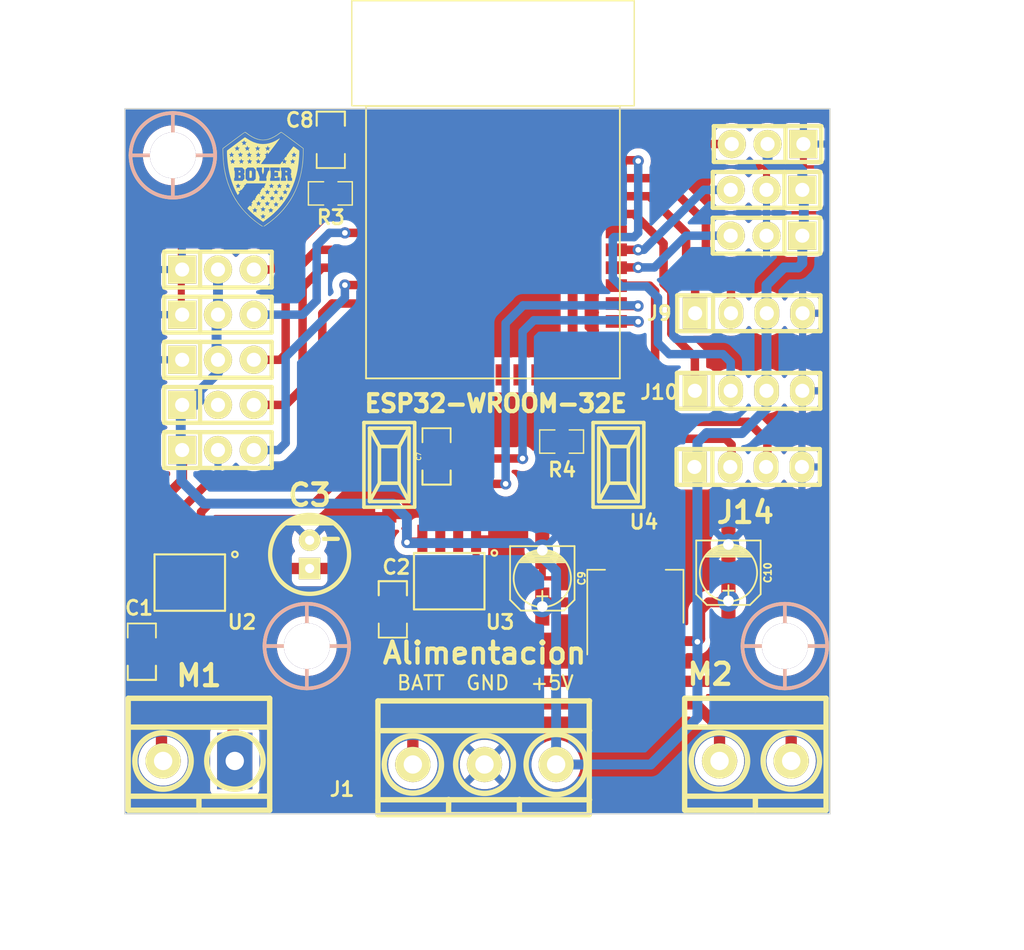
<source format=kicad_pcb>
(kicad_pcb (version 20221018) (generator pcbnew)
  (layers (0 "F.Cu" signal) (31 "B.Cu" signal) (34 "B.Paste" user) (35 "F.Paste" user) (36 "B.SilkS" user "B.Silkscreen") (37 "F.SilkS" user "F.Silkscreen") (38 "B.Mask" user) (39 "F.Mask" user) (44 "Edge.Cuts" user))
  (net 0 "")
  (net 1 "/IO0")
  (net 2 "GND")
  (net 3 "Vin")
  (net 4 "+5V")
  (net 5 "/EN")
  (net 6 "+3V3")
  (net 7 "/SENSOR1")
  (net 8 "/RXD")
  (net 9 "/TXD")
  (net 10 "/TATAMI_FD")
  (net 11 "/TATAMI_FI")
  (net 12 "/SENSOR2")
  (net 13 "/SENSOR3")
  (net 14 "/SENSOR4")
  (net 15 "Net-(U2-OUT2)")
  (net 16 "Net-(U2-OUT1)")
  (net 17 "/SDA")
  (net 18 "/SCL")
  (net 19 "Net-(U3-OUT2)")
  (net 20 "Net-(U3-OUT1)")
  (net 21 "/START")
  (net 24 "/M_DER_B")
  (net 25 "/M_DER_A")
  (net 31 "/M_IZQ_A")
  (net 32 "/M_IZQ_B")
  (net 39 "/SENSOR5")
  (net 40 "/GPIO4")
  (net 42 "/GPIO5")
  (footprint "EESTN5:Pulsador_SMD_2_BAJO" (layer "F.Cu") (at 158.75 85.25 90)
    (fp_text reference "EN1" hide)
    (fp_text value "SW_Push" hide)
    (pad "1" smd rect (at -3.59918 0 90) (size 1.00076 1.00076) (layers "F.Cu" "F.Paste" "F.Mask") (net 2 "GND"))
    (pad "2" smd rect (at 3.59918 0 90) (size 1.00076 1.00076) (layers "F.Cu" "F.Paste" "F.Mask") (net 5 "/EN"))
  )
  (footprint "EESTN5:C_0805" (layer "F.Cu") (at 154.6 62.2 -90)
    (fp_text reference "C8" (at -1.4 2.2) (layer "F.SilkS") (effects (font (thickness 0.2) bold)))
    (fp_text value "100nF" hide)
    (pad "1" smd rect (at 0.9525 0 270) (size 1.30048 1.4986) (layers "F.Cu" "F.Paste" "F.Mask") (net 6 "+3V3"))
    (pad "2" smd rect (at -0.9525 0 270) (size 1.30048 1.4986) (layers "F.Cu" "F.Paste" "F.Mask") (net 2 "GND"))
  )
  (footprint "EESTN5:BORNERA3_AZUL" (layer "F.Cu") (at 165.5 106.5)
    (fp_text reference "J1" (at -10.1 1.75) (layer "F.SilkS") (effects (font (thickness 0.2))))
    (fp_text value "Alimentacion" (at 0 -7.9) (layer "F.SilkS") (effects (font (size 1.5 1.5) (thickness 0.3))))
    (pad "1" thru_hole circle (at -5.08 0) (size 2.5 2.5) (drill 1.3) (layers "*.Cu" "*.Mask" "F.SilkS") (net 3 "Vin"))
    (pad "2" thru_hole circle (at 0 0) (size 2.5 2.5) (drill 1.3) (layers "*.Cu" "*.Mask" "F.SilkS") (net 2 "GND"))
    (pad "3" thru_hole circle (at 5.08 0) (size 2.5 2.5) (drill 1.3) (layers "*.Cu" "*.Mask" "F.SilkS") (net 4 "+5V"))
  )
  (footprint "EESTN5:SSOP-8" (layer "F.Cu") (at 163 93.5 180)
    (fp_text reference "U3" (at -3.6 -2.9) (layer "F.SilkS") (effects (font (thickness 0.2))))
    (fp_text value "TB67H451AFNG" hide)
    (pad "1" smd rect (at -1.905 3 180) (size 0.7112 2) (layers "F.Cu" "F.Paste" "F.Mask") (net 2 "GND"))
    (pad "2" smd rect (at -0.635 3 180) (size 0.7112 2) (layers "F.Cu" "F.Paste" "F.Mask") (net 25 "/M_DER_A"))
    (pad "3" smd rect (at 0.635 3 180) (size 0.7112 2) (layers "F.Cu" "F.Paste" "F.Mask") (net 24 "/M_DER_B"))
    (pad "4" smd rect (at 1.905 3 180) (size 0.7112 2) (layers "F.Cu" "F.Paste" "F.Mask") (net 4 "+5V"))
    (pad "5" smd rect (at 1.905 -3) (size 0.7112 2) (layers "F.Cu" "F.Paste" "F.Mask") (net 3 "Vin"))
    (pad "6" smd rect (at 0.635 -3) (size 0.7112 2) (layers "F.Cu" "F.Paste" "F.Mask") (net 20 "Net-(U3-OUT1)"))
    (pad "7" smd rect (at -0.635 -3) (size 0.7112 2) (layers "F.Cu" "F.Paste" "F.Mask") (net 2 "GND"))
    (pad "8" smd rect (at -1.905 -3) (size 0.7112 2) (layers "F.Cu" "F.Paste" "F.Mask") (net 19 "Net-(U3-OUT2)"))
  )
  (footprint "EESTN5:pin_strip_4" (layer "F.Cu") (at 184.25 74.5)
    (fp_text reference "J9" (at -6.35 0) (layer "F.SilkS") (effects (font (thickness 0.2))))
    (fp_text value "Programador" hide)
    (pad "1" thru_hole rect (at -3.81 0) (size 1.75 2.2) (drill 1.00076) (layers "*.Cu" "*.Mask" "F.SilkS") (net 8 "/RXD"))
    (pad "2" thru_hole oval (at -1.27 0) (size 1.75 2.2) (drill 1.00076) (layers "*.Cu" "*.Mask" "F.SilkS") (net 9 "/TXD"))
    (pad "3" thru_hole oval (at 1.27 0) (size 1.75 2.2) (drill 1.00076) (layers "*.Cu" "*.Mask" "F.SilkS") (net 4 "+5V"))
    (pad "4" thru_hole oval (at 3.81 0) (size 1.75 2.2) (drill 1.00076) (layers "*.Cu" "*.Mask" "F.SilkS") (net 2 "GND"))
  )
  (footprint "EESTN5:C_0805" (layer "F.Cu") (at 141.2 98.5 90)
    (fp_text reference "C1" (at 3.1 -0.2 180) (layer "F.SilkS") (effects (font (thickness 0.2) bold)))
    (fp_text value "100nF" hide)
    (pad "1" smd rect (at 0.9525 0 90) (size 1.30048 1.4986) (layers "F.Cu" "F.Paste" "F.Mask") (net 3 "Vin"))
    (pad "2" smd rect (at -0.9525 0 90) (size 1.30048 1.4986) (layers "F.Cu" "F.Paste" "F.Mask") (net 2 "GND"))
  )
  (footprint "EESTN5:Bover_Huella_frontal_FCU" (layer "F.Cu") (at 149.815058 64.855)
    (fp_text reference "LOGO1" hide)
    (fp_text value "Mounting_Hole" hide)
  )
  (footprint "Package_TO_SOT_SMD:SOT-223-3_TabPin2" (layer "F.Cu") (at 176.2 94.6 90)
    (fp_text reference "U4" (at 5.3 0.6 180) (layer "F.SilkS") (effects (font (thickness 0.2))))
    (fp_text value "AMS1117-3.3" hide)
    (pad "1" smd rect (at -3.15 -2.3 90) (size 2 1.5) (layers "F.Cu" "F.Paste" "F.Mask") (net 2 "GND"))
    (pad "2" smd rect (at -3.15 0 90) (size 2 1.5) (layers "F.Cu" "F.Paste" "F.Mask") (net 6 "+3V3"))
    (pad "2" smd rect (at 3.15 0 90) (size 2 3.8) (layers "F.Cu" "F.Paste" "F.Mask") (net 6 "+3V3"))
    (pad "3" smd rect (at -3.15 2.3 90) (size 2 1.5) (layers "F.Cu" "F.Paste" "F.Mask") (net 4 "+5V"))
  )
  (footprint "EESTN5:Pin_Strip_3" (layer "F.Cu") (at 146.6 71.4)
    (fp_text reference "J4" hide)
    (fp_text value "Conn_01X03" hide)
    (pad "1" thru_hole rect (at -2.54 0) (size 2 2) (drill 1) (layers "*.Cu" "*.Mask" "F.SilkS") (net 2 "GND"))
    (pad "2" thru_hole oval (at 0 0) (size 2 2) (drill 1) (layers "*.Cu" "*.Mask" "F.SilkS") (net 4 "+5V"))
    (pad "3" thru_hole oval (at 2.54 0) (size 2 2) (drill 1) (layers "*.Cu" "*.Mask" "F.SilkS") (net 39 "/SENSOR5"))
  )
  (footprint "EESTN5:CAP_ELEC_SMD_4X5.5" (layer "F.Cu") (at 182.8 92.9 -90)
    (fp_text reference "C10" (at 0 -2.794 90) (layer "F.SilkS") (effects (font (size 0.50038 0.50038) (thickness 0.11938))))
    (fp_text value "10uF" hide)
    (pad "1" thru_hole circle (at 2 0 270) (size 1.524 1.524) (drill 0.762) (layers "*.Cu" "*.Mask") (net 4 "+5V"))
    (pad "1" smd rect (at 2 0 270) (size 2.7 1) (layers "F.Cu" "F.Paste" "F.Mask") (net 4 "+5V"))
    (pad "2" thru_hole circle (at -2 0 270) (size 1.524 1.524) (drill 0.762) (layers "*.Cu" "*.Mask") (net 2 "GND"))
    (pad "2" smd rect (at -2 0 270) (size 2.7 1) (layers "F.Cu" "F.Paste" "F.Mask") (net 2 "GND"))
  )
  (footprint "EESTN5:Pin_Strip_3" (layer "F.Cu") (at 146.6 84.2)
    (fp_text reference "J2" hide)
    (fp_text value "Conn_01X03" hide)
    (pad "1" thru_hole rect (at -2.54 0) (size 2 2) (drill 1) (layers "*.Cu" "*.Mask" "F.SilkS") (net 4 "+5V"))
    (pad "2" thru_hole oval (at 0 0) (size 2 2) (drill 1) (layers "*.Cu" "*.Mask" "F.SilkS") (net 2 "GND"))
    (pad "3" thru_hole oval (at 2.54 0) (size 2 2) (drill 1) (layers "*.Cu" "*.Mask" "F.SilkS") (net 12 "/SENSOR2"))
  )
  (footprint "EESTN5:C_0805" (layer "F.Cu") (at 159 95.5 -90)
    (fp_text reference "C2" (at -3 -0.25) (layer "F.SilkS") (effects (font (thickness 0.2) bold)))
    (fp_text value "100nF" hide)
    (pad "1" smd rect (at 0.9525 0 270) (size 1.30048 1.4986) (layers "F.Cu" "F.Paste" "F.Mask") (net 3 "Vin"))
    (pad "2" smd rect (at -0.9525 0 270) (size 1.30048 1.4986) (layers "F.Cu" "F.Paste" "F.Mask") (net 2 "GND"))
  )
  (footprint "EESTN5:CAP_ELEC_SMD_4X5.5" (layer "F.Cu") (at 169.6 93.3 -90)
    (fp_text reference "C9" (at 0 -2.794 90) (layer "F.SilkS") (effects (font (size 0.50038 0.50038) (thickness 0.11938))))
    (fp_text value "100uF" hide)
    (pad "1" thru_hole circle (at 2 0 270) (size 1.524 1.524) (drill 0.762) (layers "*.Cu" "*.Mask") (net 6 "+3V3"))
    (pad "1" smd rect (at 2 0 270) (size 2.7 1) (layers "F.Cu" "F.Paste" "F.Mask") (net 6 "+3V3"))
    (pad "2" thru_hole circle (at -2 0 270) (size 1.524 1.524) (drill 0.762) (layers "*.Cu" "*.Mask") (net 2 "GND"))
    (pad "2" smd rect (at -2 0 270) (size 2.7 1) (layers "F.Cu" "F.Paste" "F.Mask") (net 2 "GND"))
  )
  (footprint "EESTN5:Pin_Strip_3" (layer "F.Cu") (at 146.6 81)
    (fp_text reference "J3" hide)
    (fp_text value "Sensor Distancia 1" hide)
    (pad "1" thru_hole rect (at -2.54 0) (size 2 2) (drill 1) (layers "*.Cu" "*.Mask" "F.SilkS") (net 4 "+5V"))
    (pad "2" thru_hole oval (at 0 0) (size 2 2) (drill 1) (layers "*.Cu" "*.Mask" "F.SilkS") (net 2 "GND"))
    (pad "3" thru_hole oval (at 2.54 0) (size 2 2) (drill 1) (layers "*.Cu" "*.Mask" "F.SilkS") (net 7 "/SENSOR1"))
  )
  (footprint "EESTN5:Separador_M3_5mm" (layer "F.Cu") (at 186.8 98.1)
    (fp_text reference "P3" hide)
    (fp_text value "Mounting_Hole" hide)
    (pad "1" thru_hole circle (at 0 0) (size 3.25 3.25) (drill 3.25) (layers "*.Cu" "*.Mask"))
  )
  (footprint "EESTN5:CAP_ELEC_5x11mm" (layer "F.Cu") (at 153.1 91.6)
    (fp_text reference "C3" (at 0 -4.2) (layer "F.SilkS") (effects (font (size 1.524 1.524) (thickness 0.3048))))
    (fp_text value "100uF 35V" hide)
    (pad "1" thru_hole rect (at 0 1) (size 1.524 1.524) (drill 0.65) (layers "*.Cu" "*.Mask" "F.SilkS") (net 3 "Vin"))
    (pad "2" thru_hole circle (at 0 -1) (size 1.524 1.524) (drill 0.65) (layers "*.Cu" "*.Mask" "F.SilkS") (net 2 "GND"))
  )
  (footprint "EESTN5:pin_strip_4" (layer "F.Cu") (at 184.23 80)
    (fp_text reference "J10" (at -6.33 0.1) (layer "F.SilkS") (effects (font (thickness 0.2))))
    (fp_text value "I2C" hide)
    (pad "1" thru_hole rect (at -3.81 0) (size 1.75 2.2) (drill 1.00076) (layers "*.Cu" "*.Mask" "F.SilkS") (net 17 "/SDA"))
    (pad "2" thru_hole oval (at -1.27 0) (size 1.75 2.2) (drill 1.00076) (layers "*.Cu" "*.Mask" "F.SilkS") (net 18 "/SCL"))
    (pad "3" thru_hole oval (at 1.27 0) (size 1.75 2.2) (drill 1.00076) (layers "*.Cu" "*.Mask" "F.SilkS") (net 4 "+5V"))
    (pad "4" thru_hole oval (at 3.81 0) (size 1.75 2.2) (drill 1.00076) (layers "*.Cu" "*.Mask" "F.SilkS") (net 2 "GND"))
  )
  (footprint "EESTN5:R_0805" (layer "F.Cu") (at 154.6 66 180)
    (fp_text reference "R3" (at 0 -1.7) (layer "F.SilkS") (effects (font (thickness 0.2) bold)))
    (fp_text value "10K" hide)
    (pad "1" smd rect (at -0.9525 0 180) (size 0.889 1.397) (layers "F.Cu" "F.Paste" "F.Mask") (net 5 "/EN"))
    (pad "2" smd rect (at 0.9525 0 180) (size 0.889 1.397) (layers "F.Cu" "F.Paste" "F.Mask") (net 6 "+3V3"))
  )
  (footprint "EESTN5:Pin_Strip_3" (layer "F.Cu") (at 185.575 62.5 180)
    (fp_text reference "J7" hide)
    (fp_text value "TATAMI Frontal Derecho" hide)
    (pad "1" thru_hole rect (at -2.54 0 180) (size 2 2) (drill 1) (layers "*.Cu" "*.Mask" "F.SilkS") (net 2 "GND"))
    (pad "2" thru_hole oval (at 0 0 180) (size 2 2) (drill 1) (layers "*.Cu" "*.Mask" "F.SilkS") (net 4 "+5V"))
    (pad "3" thru_hole oval (at 2.54 0 180) (size 2 2) (drill 1) (layers "*.Cu" "*.Mask" "F.SilkS") (net 10 "/TATAMI_FD"))
  )
  (footprint "EESTN5:C_0805" (layer "F.Cu") (at 162.1 84.6525 90)
    (fp_text reference "C7" (at 0 -1.25 90) (layer "F.SilkS") (effects (font (size 0.29972 0.29972) (thickness 0.06096))))
    (fp_text value "100nF" hide)
    (pad "1" smd rect (at 0.9525 0 90) (size 1.30048 1.4986) (layers "F.Cu" "F.Paste" "F.Mask") (net 5 "/EN"))
    (pad "2" smd rect (at -0.9525 0 90) (size 1.30048 1.4986) (layers "F.Cu" "F.Paste" "F.Mask") (net 2 "GND"))
  )
  (footprint "EESTN5:pin_strip_4" (layer "F.Cu") (at 184.2 85.4)
    (fp_text reference "J14" (at -0.2032 3.2258) (layer "F.SilkS") (effects (font (size 1.5 1.5) (thickness 0.3))))
    (fp_text value "RANDOM" hide)
    (pad "1" thru_hole rect (at -3.81 0) (size 1.75 2.2) (drill 1.00076) (layers "*.Cu" "*.Mask" "F.SilkS") (net 4 "+5V"))
    (pad "2" thru_hole oval (at -1.27 0) (size 1.75 2.2) (drill 1.00076) (layers "*.Cu" "*.Mask" "F.SilkS") (net 40 "/GPIO4"))
    (pad "3" thru_hole oval (at 1.27 0) (size 1.75 2.2) (drill 1.00076) (layers "*.Cu" "*.Mask" "F.SilkS") (net 42 "/GPIO5"))
    (pad "4" thru_hole oval (at 3.81 0) (size 1.75 2.2) (drill 1.00076) (layers "*.Cu" "*.Mask" "F.SilkS") (net 2 "GND"))
  )
  (footprint "EESTN5:BORNERA2_AZUL" (layer "F.Cu") (at 184.71 106.25)
    (fp_text reference "J12" hide)
    (fp_text value "M2" (at -3.21 -6.15) (layer "F.SilkS") (effects (font (size 1.5 1.5) (thickness 0.3))))
    (pad "1" thru_hole circle (at -2.54 0) (size 2.5 2.5) (drill 1.3) (layers "*.Cu" "*.Mask" "F.SilkS") (net 20 "Net-(U3-OUT1)"))
    (pad "2" thru_hole circle (at 2.54 0) (size 2.5 2.5) (drill 1.3) (layers "*.Cu" "*.Mask" "F.SilkS") (net 19 "Net-(U3-OUT2)"))
  )
  (footprint "EESTN5:Pin_Strip_3" (layer "F.Cu") (at 185.5 69 180)
    (fp_text reference "J6" hide)
    (fp_text value "Conn_01X03" hide)
    (pad "1" thru_hole rect (at -2.54 0 180) (size 2 2) (drill 1) (layers "*.Cu" "*.Mask" "F.SilkS") (net 4 "+5V"))
    (pad "2" thru_hole oval (at 0 0 180) (size 2 2) (drill 1) (layers "*.Cu" "*.Mask" "F.SilkS") (net 2 "GND"))
    (pad "3" thru_hole oval (at 2.54 0 180) (size 2 2) (drill 1) (layers "*.Cu" "*.Mask" "F.SilkS") (net 14 "/SENSOR4"))
  )
  (footprint "EESTN5:R_0805" (layer "F.Cu") (at 171 83.6 180)
    (fp_text reference "R4" (at 0 -2) (layer "F.SilkS") (effects (font (thickness 0.2) bold)))
    (fp_text value "10K" hide)
    (pad "1" smd rect (at -0.9525 0 180) (size 0.889 1.397) (layers "F.Cu" "F.Paste" "F.Mask") (net 1 "/IO0"))
    (pad "2" smd rect (at 0.9525 0 180) (size 0.889 1.397) (layers "F.Cu" "F.Paste" "F.Mask") (net 6 "+3V3"))
  )
  (footprint "EESTN5:Pin_Strip_3" (layer "F.Cu") (at 185.5 65.75 180)
    (fp_text reference "J5" hide)
    (fp_text value "Conn_01X03" hide)
    (pad "1" thru_hole rect (at -2.54 0 180) (size 2 2) (drill 1) (layers "*.Cu" "*.Mask" "F.SilkS") (net 4 "+5V"))
    (pad "2" thru_hole oval (at 0 0 180) (size 2 2) (drill 1) (layers "*.Cu" "*.Mask" "F.SilkS") (net 2 "GND"))
    (pad "3" thru_hole oval (at 2.54 0 180) (size 2 2) (drill 1) (layers "*.Cu" "*.Mask" "F.SilkS") (net 13 "/SENSOR3"))
  )
  (footprint "EESTN5:SSOP-8" (layer "F.Cu") (at 144.6 93.6 180)
    (fp_text reference "U2" (at -3.7 -2.8) (layer "F.SilkS") (effects (font (thickness 0.2))))
    (fp_text value "TB67H451AFNG" hide)
    (pad "1" smd rect (at -1.905 3 180) (size 0.7112 2) (layers "F.Cu" "F.Paste" "F.Mask") (net 2 "GND"))
    (pad "2" smd rect (at -0.635 3 180) (size 0.7112 2) (layers "F.Cu" "F.Paste" "F.Mask") (net 31 "/M_IZQ_A"))
    (pad "3" smd rect (at 0.635 3 180) (size 0.7112 2) (layers "F.Cu" "F.Paste" "F.Mask") (net 32 "/M_IZQ_B"))
    (pad "4" smd rect (at 1.905 3 180) (size 0.7112 2) (layers "F.Cu" "F.Paste" "F.Mask") (net 4 "+5V"))
    (pad "5" smd rect (at 1.905 -3) (size 0.7112 2) (layers "F.Cu" "F.Paste" "F.Mask") (net 3 "Vin"))
    (pad "6" smd rect (at 0.635 -3) (size 0.7112 2) (layers "F.Cu" "F.Paste" "F.Mask") (net 16 "Net-(U2-OUT1)"))
    (pad "7" smd rect (at -0.635 -3) (size 0.7112 2) (layers "F.Cu" "F.Paste" "F.Mask") (net 2 "GND"))
    (pad "8" smd rect (at -1.905 -3) (size 0.7112 2) (layers "F.Cu" "F.Paste" "F.Mask") (net 15 "Net-(U2-OUT2)"))
  )
  (footprint "EESTN5:Separador_M3_5mm" (layer "F.Cu") (at 152.9 98.1)
    (fp_text reference "P2" hide)
    (fp_text value "Mounting_Hole" hide)
    (pad "1" thru_hole circle (at 0 0) (size 3.25 3.25) (drill 3.25) (layers "*.Cu" "*.Mask"))
  )
  (footprint "EESTN5:Pin_Strip_3" (layer "F.Cu") (at 146.6 74.6)
    (fp_text reference "SW1" hide)
    (fp_text value "START" hide)
    (pad "1" thru_hole rect (at -2.54 0) (size 2 2) (drill 1) (layers "*.Cu" "*.Mask" "F.SilkS") (net 2 "GND"))
    (pad "2" thru_hole oval (at 0 0) (size 2 2) (drill 1) (layers "*.Cu" "*.Mask" "F.SilkS") (net 4 "+5V"))
    (pad "3" thru_hole oval (at 2.54 0) (size 2 2) (drill 1) (layers "*.Cu" "*.Mask" "F.SilkS") (net 21 "/START"))
  )
  (footprint "EESTN5:BORNERA2_AZUL" (layer "F.Cu") (at 145.25 106.25)
    (fp_text reference "J11" hide)
    (fp_text value "M1" (at 0 -6.05) (layer "F.SilkS") (effects (font (size 1.5 1.5) (thickness 0.3))))
    (pad "1" thru_hole circle (at -2.54 0) (size 2.5 2.5) (drill 1.3) (layers "*.Cu" "*.Mask" "F.SilkS") (net 16 "Net-(U2-OUT1)"))
    (pad "2" thru_hole rect (at 2.54 0) (size 2.5 4) (drill 1.3) (layers "*.Cu" "*.Mask") (net 15 "Net-(U2-OUT2)"))
  )
  (footprint "EESTN5:Pin_Strip_3" (layer "F.Cu") (at 146.6 77.8)
    (fp_text reference "J8" hide)
    (fp_text value "TATAMI Frontal Izquierdo" hide)
    (pad "1" thru_hole rect (at -2.54 0) (size 2 2) (drill 1) (layers "*.Cu" "*.Mask" "F.SilkS") (net 2 "GND"))
    (pad "2" thru_hole oval (at 0 0) (size 2 2) (drill 1) (layers "*.Cu" "*.Mask" "F.SilkS") (net 4 "+5V"))
    (pad "3" thru_hole oval (at 2.54 0) (size 2 2) (drill 1) (layers "*.Cu" "*.Mask" "F.SilkS") (net 11 "/TATAMI_FI"))
  )
  (footprint "EESTN5:ESP32-WROOM-32E" (layer "F.Cu") (at 166.1 69.365)
    (fp_text reference "U1" hide)
    (fp_text value "ESP32-WROOM-32E" (at 0.2 11.535) (layer "F.SilkS") (effects (font (size 1.2 1.2) (thickness 0.3) bold)))
    (pad "3V3" smd rect (at -8.75 -6.985) (size 1.5 0.9) (layers "F.Cu" "F.Paste" "F.Mask") (net 6 "+3V3"))
    (pad "5" smd rect (at -8.75 -4.445) (size 1.5 0.9) (layers "F.Cu" "F.Paste" "F.Mask"))
    (pad "8" smd rect (at -8.75 -3.175) (size 1.5 0.9) (layers "F.Cu" "F.Paste" "F.Mask"))
    (pad "9" smd rect (at -8.75 -5.715) (size 1.5 0.9) (layers "F.Cu" "F.Paste" "F.Mask") (net 5 "/EN"))
    (pad "10" smd rect (at -8.75 -1.905) (size 1.5 0.9) (layers "F.Cu" "F.Paste" "F.Mask") (net 39 "/SENSOR5"))
    (pad "11" smd rect (at -8.75 -0.635) (size 1.5 0.9) (layers "F.Cu" "F.Paste" "F.Mask") (net 21 "/START"))
    (pad "12" smd rect (at -8.75 0.635) (size 1.5 0.9) (layers "F.Cu" "F.Paste" "F.Mask") (net 11 "/TATAMI_FI"))
    (pad "13" smd rect (at -8.75 1.905) (size 1.5 0.9) (layers "F.Cu" "F.Paste" "F.Mask") (net 7 "/SENSOR1"))
    (pad "14" smd rect (at -8.75 3.175) (size 1.5 0.9) (layers "F.Cu" "F.Paste" "F.Mask") (net 12 "/SENSOR2"))
    (pad "15" smd rect (at -8.75 4.445) (size 1.5 0.9) (layers "F.Cu" "F.Paste" "F.Mask") (net 32 "/M_IZQ_B"))
    (pad "16" smd rect (at -8.75 5.715) (size 1.5 0.9) (layers "F.Cu" "F.Paste" "F.Mask") (net 31 "/M_IZQ_A"))
    (pad "17" smd rect (at -8.75 6.985) (size 1.5 0.9) (layers "F.Cu" "F.Paste" "F.Mask"))
    (pad "18" smd rect (at -8.75 8.255) (size 1.5 0.9) (layers "F.Cu" "F.Paste" "F.Mask"))
    (pad "20" smd rect (at -4.445 9.505 90) (size 1.5 0.9) (layers "F.Cu" "F.Paste" "F.Mask"))
    (pad "21" smd rect (at 4.445 9.505 90) (size 1.5 0.9) (layers "F.Cu" "F.Paste" "F.Mask"))
    (pad "22" smd rect (at 5.715 9.505 90) (size 1.5 0.9) (layers "F.Cu" "F.Paste" "F.Mask"))
    (pad "23" smd rect (at 8.75 8.255 180) (size 1.5 0.9) (layers "F.Cu" "F.Paste" "F.Mask") (net 1 "/IO0"))
    (pad "24" smd rect (at 8.75 6.985 180) (size 1.5 0.9) (layers "F.Cu" "F.Paste" "F.Mask") (net 40 "/GPIO4"))
    (pad "25" smd rect (at 8.75 5.715 180) (size 1.5 0.9) (layers "F.Cu" "F.Paste" "F.Mask") (net 24 "/M_DER_B"))
    (pad "27" smd rect (at 8.75 4.445 180) (size 1.5 0.9) (layers "F.Cu" "F.Paste" "F.Mask") (net 25 "/M_DER_A"))
    (pad "28" smd rect (at -3.175 9.505 90) (size 1.5 0.9) (layers "F.Cu" "F.Paste" "F.Mask"))
    (pad "29" smd rect (at -1.905 9.505 90) (size 1.5 0.9) (layers "F.Cu" "F.Paste" "F.Mask"))
    (pad "30" smd rect (at -0.635 9.505 90) (size 1.5 0.9) (layers "F.Cu" "F.Paste" "F.Mask"))
    (pad "31" smd rect (at 0.635 9.505 90) (size 1.5 0.9) (layers "F.Cu" "F.Paste" "F.Mask"))
    (pad "32" smd rect (at 1.905 9.505 90) (size 1.5 0.9) (layers "F.Cu" "F.Paste" "F.Mask"))
    (pad "33" smd rect (at 3.175 9.505 90) (size 1.5 0.9) (layers "F.Cu" "F.Paste" "F.Mask"))
    (pad "34" smd rect (at 8.75 3.175 180) (size 1.5 0.9) (layers "F.Cu" "F.Paste" "F.Mask") (net 42 "/GPIO5"))
    (pad "35" smd rect (at 8.75 1.905 180) (size 1.5 0.9) (layers "F.Cu" "F.Paste" "F.Mask") (net 14 "/SENSOR4"))
    (pad "36" smd rect (at 8.75 -6.985 180) (size 1.5 0.9) (layers "F.Cu" "F.Paste" "F.Mask") (net 10 "/TATAMI_FD"))
    (pad "38" smd rect (at 8.75 0.635 180) (size 1.5 0.9) (layers "F.Cu" "F.Paste" "F.Mask") (net 13 "/SENSOR3"))
    (pad "39" smd rect (at 8.75 -5.715 180) (size 1.5 0.9) (layers "F.Cu" "F.Paste" "F.Mask") (net 18 "/SCL"))
    (pad "40" smd rect (at 8.75 -3.175 180) (size 1.5 0.9) (layers "F.Cu" "F.Paste" "F.Mask") (net 8 "/RXD"))
    (pad "41" smd rect (at 8.75 -4.445 180) (size 1.5 0.9) (layers "F.Cu" "F.Paste" "F.Mask") (net 9 "/TXD"))
    (pad "42" smd rect (at 8.75 -1.905 180) (size 1.5 0.9) (layers "F.Cu" "F.Paste" "F.Mask") (net 17 "/SDA"))
    (pad "GND" smd rect (at -8.75 -8.255) (size 1.5 0.9) (layers "F.Cu" "F.Paste" "F.Mask") (net 2 "GND"))
    (pad "GND" smd rect (at -5.715 9.505 90) (size 1.5 0.9) (layers "F.Cu" "F.Paste" "F.Mask") (net 2 "GND"))
    (pad "GND" smd rect (at -2.9 -1.935) (size 0.9 0.9) (layers "F.Cu" "F.Paste" "F.Mask") (net 2 "GND"))
    (pad "GND" smd rect (at -2.9 -0.535) (size 0.9 0.9) (layers "F.Cu" "F.Paste" "F.Mask") (net 2 "GND"))
    (pad "GND" smd rect (at -2.9 0.865) (size 0.9 0.9) (layers "F.Cu" "F.Paste" "F.Mask") (net 2 "GND"))
    (pad "GND" smd rect (at -1.5 -1.935) (size 0.9 0.9) (layers "F.Cu" "F.Paste" "F.Mask") (net 2 "GND"))
    (pad "GND" smd rect (at -1.5 -0.535) (size 0.9 0.9) (layers "F.Cu" "F.Paste" "F.Mask") (net 2 "GND"))
    (pad "GND" smd rect (at -1.5 0.865) (size 0.9 0.9) (layers "F.Cu" "F.Paste" "F.Mask") (net 2 "GND"))
    (pad "GND" smd rect (at -0.1 -1.935) (size 0.9 0.9) (layers "F.Cu" "F.Paste" "F.Mask") (net 2 "GND"))
    (pad "GND" smd rect (at -0.1 -0.535) (size 0.9 0.9) (layers "F.Cu" "F.Paste" "F.Mask") (net 2 "GND"))
    (pad "GND" smd rect (at -0.1 0.865) (size 0.9 0.9) (layers "F.Cu" "F.Paste" "F.Mask") (net 2 "GND"))
    (pad "GND" smd rect (at 8.75 -8.255 180) (size 1.5 0.9) (layers "F.Cu" "F.Paste" "F.Mask") (net 2 "GND"))
    (pad "NC" smd rect (at 8.75 -0.635 180) (size 1.5 0.9) (layers "F.Cu" "F.Paste" "F.Mask"))
    (zone (net 0) (net_name "") (layer "F.Cu") (connect_pads (clearance 0)) (min_thickness 0.01)
      (keepout (tracks not_allowed) (vias not_allowed) (pads not_allowed) (copperpour not_allowed) (footprints allowed))
      (fill (thermal_gap 0.508) (thermal_bridge_width 0.508))
      (polygon (pts (xy 157.1 53.62) (xy 175.1 53.62) (xy 175.1 59.81) (xy 157.1 59.81)))
    )
  )
  (footprint "EESTN5:Separador_M3_5mm" (layer "F.Cu") (at 143.4 63.3)
    (fp_text reference "P4" hide)
    (fp_text value "Mounting_Hole" hide)
    (pad "1" thru_hole circle (at 0 0) (size 3.25 3.25) (drill 3.25) (layers "*.Cu" "*.Mask"))
  )
  (footprint "EESTN5:Pulsador_SMD_2_BAJO" (layer "F.Cu") (at 175 85.25 90)
    (fp_text reference "BOOT1" hide)
    (fp_text value "SW_Push" hide)
    (pad "1" smd rect (at -3.59918 0 90) (size 1.00076 1.00076) (layers "F.Cu" "F.Paste" "F.Mask") (net 2 "GND"))
    (pad "2" smd rect (at 3.59918 0 90) (size 1.00076 1.00076) (layers "F.Cu" "F.Paste" "F.Mask") (net 1 "/IO0"))
  )
  (gr_rect (start 140 60) (end 190 110) (stroke (width 0.1)) (fill none) (layer "Edge.Cuts"))
  (gr_text "BATT  GND  +5V" (at 159.2 101.3) (layer "F.SilkS") (effects (font (size 1 1)) (justify left bottom)))
  (segment (start 175 81.65082) (end 175 77.77) (width 0.5) (layer "F.Cu") (net 1))
  (segment (start 175 82.8) (end 175 81.65082) (width 0.5) (layer "F.Cu") (net 1))
  (segment (start 174.2 83.6) (end 175 82.8) (width 0.5) (layer "F.Cu") (net 1))
  (segment (start 175 77.77) (end 174.85 77.62) (width 0.5) (layer "F.Cu") (net 1))
  (segment (start 171.9525 83.6) (end 174.2 83.6) (width 0.5) (layer "F.Cu") (net 1))
  (segment (start 144 74.54) (end 144.06 74.6) (width 0.5) (layer "F.Cu") (net 2))
  (segment (start 144 69.96) (end 144 74.54) (width 0.5) (layer "F.Cu") (net 2))
  (segment (start 142.695 96.6) (end 142.695 94.905) (width 0.8) (layer "F.Cu") (net 3))
  (segment (start 142 96.6) (end 142.695 96.6) (width 0.8) (layer "F.Cu") (net 3))
  (segment (start 150.8 92.6) (end 153.2 92.6) (width 0.8) (layer "F.Cu") (net 3))
  (segment (start 156.1 93.4) (end 155.3 92.6) (width 0.8) (layer "F.Cu") (net 3))
  (segment (start 149.8 93.6) (end 150.8 92.6) (width 0.8) (layer "F.Cu") (net 3))
  (segment (start 144 93.6) (end 149.8 93.6) (width 0.8) (layer "F.Cu") (net 3))
  (segment (start 161.095 96.5) (end 159.0475 96.5) (width 0.8) (layer "F.Cu") (net 3))
  (segment (start 159 96.4525) (end 157.1525 96.4525) (width 0.8) (layer "F.Cu") (net 3))
  (segment (start 141.2 97.4) (end 142 96.6) (width 0.8) (layer "F.Cu") (net 3))
  (segment (start 160.42 101.83) (end 161.095 101.155) (width 0.8) (layer "F.Cu") (net 3))
  (segment (start 159.0475 96.5) (end 159 96.4525) (width 0.8) (layer "F.Cu") (net 3))
  (segment (start 156.1 95.4) (end 156.1 93.4) (width 0.8) (layer "F.Cu") (net 3))
  (segment (start 142.695 94.905) (end 144 93.6) (width 0.8) (layer "F.Cu") (net 3))
  (segment (start 157.1525 96.4525) (end 156.1 95.4) (width 0.8) (layer "F.Cu") (net 3))
  (segment (start 160.42 106.5) (end 160.42 101.83) (width 0.8) (layer "F.Cu") (net 3))
  (segment (start 141.2 97.5475) (end 141.2 97.4) (width 0.8) (layer "F.Cu") (net 3))
  (segment (start 155.3 92.6) (end 153.2 92.6) (width 0.8) (layer "F.Cu") (net 3))
  (segment (start 161.095 101.155) (end 161.095 96.5) (width 0.8) (layer "F.Cu") (net 3))
  (segment (start 182.8 95) (end 181.4 95) (width 0.7) (layer "F.Cu") (net 4))
  (segment (start 181.4 95) (end 180.8 95.6) (width 0.7) (layer "F.Cu") (net 4))
  (segment (start 182.8 94.9) (end 182.8 95.9) (width 0.25) (layer "F.Cu") (net 4))
  (segment (start 142.6 90.505) (end 142.695 90.6) (width 0.7) (layer "F.Cu") (net 4))
  (segment (start 144.06 86.34) (end 142.695 87.705) (width 0.7) (layer "F.Cu") (net 4))
  (segment (start 178.5 97.75) (end 180.55 97.75) (width 0.7) (layer "F.Cu") (net 4))
  (segment (start 160 90.75) (end 160.845 90.75) (width 0.7) (layer "F.Cu") (net 4))
  (segment (start 180.55 97.75) (end 180.6 97.8) (width 0.7) (layer "F.Cu") (net 4))
  (segment (start 180.8 95.6) (end 180.8 97.6) (width 0.7) (layer "F.Cu") (net 4))
  (segment (start 144.06 84.2) (end 144.06 86.34) (width 0.7) (layer "F.Cu") (net 4))
  (segment (start 142.695 87.705) (end 142.695 90.6) (width 0.7) (layer "F.Cu") (net 4))
  (segment (start 160.845 90.75) (end 161.095 90.5) (width 0.7) (layer "F.Cu") (net 4))
  (segment (start 180.8 97.6) (end 180.6 97.8) (width 0.7) (layer "F.Cu") (net 4))
  (via (at 160 90.75) (size 0.8) (drill 0.4) (layers "F.Cu" "B.Cu") (net 4))
  (via (at 180.6 97.8) (size 0.8) (drill 0.4) (layers "F.Cu" "B.Cu") (net 4))
  (segment (start 146.6 78.7) (end 146.6 77.8) (width 0.7) (layer "B.Cu") (net 4))
  (segment (start 188.04 70.96) (end 187.75 71.25) (width 0.7) (layer "B.Cu") (net 4))
  (segment (start 170.58 106.5) (end 170.58 92.78) (width 0.7) (layer "B.Cu") (net 4))
  (segment (start 168.6 90.8) (end 160.05 90.8) (width 0.7) (layer "B.Cu") (net 4))
  (segment (start 188.143 68.897) (end 188.04 69) (width 0.7) (layer "B.Cu") (net 4))
  (segment (start 145 81) (end 145.288 80.712) (width 0.7) (layer "B.Cu") (net 4))
  (segment (start 160 90.75) (end 160 89) (width 0.7) (layer "B.Cu") (net 4))
  (segment (start 177.29 106.5) (end 170.58 106.5) (width 0.7) (layer "B.Cu") (net 4))
  (segment (start 180.6 83.65) (end 180.6 103.19) (width 0.7) (layer "B.Cu") (net 4))
  (segment (start 170.58 92.78) (end 168.6 90.8) (width 0.7) (layer "B.Cu") (net 4))
  (segment (start 188.04 65.75) (end 188.143 65.853) (width 0.7) (layer "B.Cu") (net 4))
  (segment (start 146.5 74.7) (end 146.6 74.6) (width 0.7) (layer "B.Cu") (net 4))
  (segment (start 143.96 84.1) (end 143.96 81.1) (width 0.7) (layer "B.Cu") (net 4))
  (segment (start 160.05 90.8) (end 160 90.75) (width 0.7) (layer "B.Cu") (net 4))
  (segment (start 185.975 64.175) (end 187.8 64.175) (width 0.7) (layer "B.Cu") (net 4))
  (segment (start 187.8 64.175) (end 188.04 64.415) (width 0.7) (layer "B.Cu") (net 4))
  (segment (start 143.96 81.1) (end 144.06 81) (width 0.7) (layer "B.Cu") (net 4))
  (segment (start 185.5 72.5) (end 185.5 74.48) (width 0.7) (layer "B.Cu") (net 4))
  (segment (start 187.75 71.25) (end 186.75 71.25) (width 0.7) (layer "B.Cu") (net 4))
  (segment (start 146.5 77.7) (end 146.5 74.7) (width 0.7) (layer "B.Cu") (net 4))
  (segment (start 145.288 80.712) (end 145.288 80.012) (width 0.7) (layer "B.Cu") (net 4))
  (segment (start 185.5 81.25) (end 183.75 83) (width 0.7) (layer "B.Cu") (net 4))
  (segment (start 185.5 80) (end 185.5 81.25) (width 0.7) (layer "B.Cu") (net 4))
  (segment (start 144.06 84.2) (end 143.96 84.1) (width 0.7) (layer "B.Cu") (net 4))
  (segment (start 188.04 64.415) (end 188.04 65.75) (width 0.7) (layer "B.Cu") (net 4))
  (segment (start 185.575 62.5) (end 185.575 63.775) (width 0.7) (layer "B.Cu") (net 4))
  (segment (start 146.6 71.4) (end 146.6 74.6) (width 0.7) (layer "B.Cu") (net 4))
  (segment (start 183.75 83) (end 181.25 83) (width 0.7) (layer "B.Cu") (net 4))
  (segment (start 180.6 103.19) (end 177.29 106.5) (width 0.7) (layer "B.Cu") (net 4))
  (segment (start 186.75 71.25) (end 185.5 72.5) (width 0.7) (layer "B.Cu") (net 4))
  (segment (start 159 88) (end 145.6 88) (width 0.7) (layer "B.Cu") (net 4))
  (segment (start 185.52 74.5) (end 185.5 74.52) (width 0.7) (layer "B.Cu") (net 4))
  (segment (start 144 86.4) (end 144 84.26) (width 0.7) (layer "B.Cu") (net 4))
  (segment (start 185.5 74.52) (end 185.5 80) (width 0.7) (layer "B.Cu") (net 4))
  (segment (start 181.25 83) (end 180.6 83.65) (width 0.7) (layer "B.Cu") (net 4))
  (segment (start 145.6 88) (end 144 86.4) (width 0.7) (layer "B.Cu") (net 4))
  (segment (start 144 84.26) (end 144.06 84.2) (width 0.7) (layer "B.Cu") (net 4))
  (segment (start 146.6 77.8) (end 146.5 77.7) (width 0.7) (layer "B.Cu") (net 4))
  (segment (start 188.143 65.853) (end 188.143 68.897) (width 0.7) (layer "B.Cu") (net 4))
  (segment (start 144.06 81) (end 145 81) (width 0.7) (layer "B.Cu") (net 4))
  (segment (start 160 89) (end 159 88) (width 0.7) (layer "B.Cu") (net 4))
  (segment (start 185.5 74.48) (end 185.52 74.5) (width 0.7) (layer "B.Cu") (net 4))
  (segment (start 188.04 69) (end 188.04 70.96) (width 0.7) (layer "B.Cu") (net 4))
  (segment (start 145.288 80.012) (end 146.6 78.7) (width 0.7) (layer "B.Cu") (net 4))
  (segment (start 185.575 63.775) (end 185.975 64.175) (width 0.7) (layer "B.Cu") (net 4))
  (segment (start 155.5 64.7) (end 156.55 63.65) (width 0.6) (layer "F.Cu") (net 5))
  (segment (start 162.1 82.3) (end 161.45082 81.65082) (width 0.6) (layer "F.Cu") (net 5))
  (segment (start 158.75 63.65) (end 157.35 63.65) (width 0.6) (layer "F.Cu") (net 5))
  (segment (start 156.55 63.65) (end 157.35 63.65) (width 0.6) (layer "F.Cu") (net 5))
  (segment (start 155.5525 65.8025) (end 155.5 65.75) (width 0.6) (layer "F.Cu") (net 5))
  (segment (start 155.5 65.75) (end 155.5 64.7) (width 0.6) (layer "F.Cu") (net 5))
  (segment (start 158.75 81.65082) (end 159 81.40082) (width 0.6) (layer "F.Cu") (net 5))
  (segment (start 162.1 83.5475) (end 162.1 82.3) (width 0.6) (layer "F.Cu") (net 5))
  (segment (start 159 63.9) (end 158.75 63.65) (width 0.6) (layer "F.Cu") (net 5))
  (segment (start 155.5525 66) (end 155.5525 65.8025) (width 0.6) (layer "F.Cu") (net 5))
  (segment (start 161.45082 81.65082) (end 158.75 81.65082) (width 0.6) (layer "F.Cu") (net 5))
  (segment (start 159 81.40082) (end 159 63.9) (width 0.6) (layer "F.Cu") (net 5))
  (segment (start 176.2 94.8) (end 176.2 97.75) (width 2) (layer "F.Cu") (net 6))
  (segment (start 170.5 81.2) (end 170.0475 81.6525) (width 0.7) (layer "F.Cu") (net 6))
  (segment (start 173.2 79.8) (end 171.8 81.2) (width 0.7) (layer "F.Cu") (net 6))
  (segment (start 157.35 62.38) (end 156.22 62.38) (width 0.7) (layer "F.Cu") (net 6))
  (segment (start 176 95) (end 176.2 94.8) (width 0.7) (layer "F.Cu") (net 6))
  (segment (start 171.75 75.95) (end 173.2 77.4) (width 0.7) (layer "F.Cu") (net 6))
  (segment (start 170.0475 83.6) (end 170.0475 88.1475) (width 0.7) (layer "F.Cu") (net 6))
  (segment (start 170.0475 81.6525) (end 170.0475 83.6) (width 0.7) (layer "F.Cu") (net 6))
  (segment (start 153.6475 63.6) (end 154.095 63.1525) (width 0.7) (layer "F.Cu") (net 6))
  (segment (start 170.0475 88.1475) (end 173.35 91.45) (width 0.7) (layer "F.Cu") (net 6))
  (segment (start 173.35 91.45) (end 176.2 91.45) (width 0.7) (layer "F.Cu") (net 6))
  (segment (start 153.6475 66) (end 153.6475 63.6) (width 0.7) (layer "F.Cu") (net 6))
  (segment (start 171.8 81.2) (end 170.5 81.2) (width 0.7) (layer "F.Cu") (net 6))
  (segment (start 171.75 63.15) (end 171.75 75.95) (width 0.7) (layer "F.Cu") (net 6))
  (segment (start 154.095 63.1525) (end 154.6 63.1525) (width 0.7) (layer "F.Cu") (net 6))
  (segment (start 176.2 91.45) (end 176.2 94.8) (width 2) (layer "F.Cu") (net 6))
  (segment (start 169.9 95) (end 176 95) (width 0.7) (layer "F.Cu") (net 6))
  (segment (start 155.4475 63.1525) (end 154.6 63.1525) (width 0.7) (layer "F.Cu") (net 6))
  (segment (start 170.98 62.38) (end 171.75 63.15) (width 0.7) (layer "F.Cu") (net 6))
  (segment (start 169.7 95.2) (end 169.9 95) (width 0.7) (layer "F.Cu") (net 6))
  (segment (start 156.22 62.38) (end 155.4475 63.1525) (width 0.7) (layer "F.Cu") (net 6))
  (segment (start 173.2 77.4) (end 173.2 79.8) (width 0.7) (layer "F.Cu") (net 6))
  (segment (start 169.7 95) (end 169.7 95.2) (width 0.7) (layer "F.Cu") (net 6))
  (segment (start 157.35 62.38) (end 170.98 62.38) (width 0.7) (layer "F.Cu") (net 6))
  (segment (start 152.6 72.65) (end 152.6 79.8) (width 0.6) (layer "F.Cu") (net 7))
  (segment (start 157.35 71.27) (end 153.98 71.27) (width 0.6) (layer "F.Cu") (net 7))
  (segment (start 153.98 71.27) (end 152.6 72.65) (width 0.6) (layer "F.Cu") (net 7))
  (segment (start 151.4 81) (end 149.14 81) (width 0.6) (layer "F.Cu") (net 7))
  (segment (start 152.6 79.8) (end 151.4 81) (width 0.6) (layer "F.Cu") (net 7))
  (segment (start 180.44 74.5) (end 180.44 72.315) (width 0.6) (layer "F.Cu") (net 8))
  (segment (start 179.8 71.675) (end 179.8 68.8) (width 0.6) (layer "F.Cu") (net 8))
  (segment (start 180.44 72.315) (end 179.8 71.675) (width 0.6) (layer "F.Cu") (net 8))
  (segment (start 177.2 66.2) (end 174.86 66.2) (width 0.6) (layer "F.Cu") (net 8))
  (segment (start 179.8 68.8) (end 177.2 66.2) (width 0.6) (layer "F.Cu") (net 8))
  (segment (start 174.86 66.2) (end 174.85 66.19) (width 0.6) (layer "F.Cu") (net 8))
  (segment (start 182.98 71.98) (end 181.2 70.2) (width 0.6) (layer "F.Cu") (net 9))
  (segment (start 181.2 68.075) (end 178.045 64.92) (width 0.6) (layer "F.Cu") (net 9))
  (segment (start 178.045 64.92) (end 174.85 64.92) (width 0.6) (layer "F.Cu") (net 9))
  (segment (start 181.2 70.2) (end 181.2 68.075) (width 0.6) (layer "F.Cu") (net 9))
  (segment (start 182.98 74.5) (end 182.98 71.98) (width 0.6) (layer "F.Cu") (net 9))
  (segment (start 174.97 62.5) (end 174.85 62.38) (width 0.6) (layer "F.Cu") (net 10))
  (segment (start 183.035 62.5) (end 174.97 62.5) (width 0.6) (layer "F.Cu") (net 10))
  (segment (start 151 77.8) (end 151.4 77.4) (width 0.6) (layer "F.Cu") (net 11))
  (segment (start 151.4 72.2) (end 153.6 70) (width 0.6) (layer "F.Cu") (net 11))
  (segment (start 149.14 77.8) (end 151 77.8) (width 0.6) (layer "F.Cu") (net 11))
  (segment (start 153.6 70) (end 157.35 70) (width 0.6) (layer "F.Cu") (net 11))
  (segment (start 151.4 77.4) (end 151.4 72.2) (width 0.6) (layer "F.Cu") (net 11))
  (segment (start 155.6 72.5) (end 157.31 72.5) (width 0.6) (layer "F.Cu") (net 12))
  (segment (start 157.31 72.5) (end 157.35 72.54) (width 0.6) (layer "F.Cu") (net 12))
  (via (at 155.6 72.5) (size 0.8) (drill 0.4) (layers "F.Cu" "B.Cu") (net 12))
  (segment (start 151.4 83.7) (end 151.4 77.6) (width 0.6) (layer "B.Cu") (net 12))
  (segment (start 155.6 73.4) (end 155.6 72.5) (width 0.6) (layer "B.Cu") (net 12))
  (segment (start 151.4 77.6) (end 155.6 73.4) (width 0.6) (layer "B.Cu") (net 12))
  (segment (start 149.14 84.2) (end 150.9 84.2) (width 0.6) (layer "B.Cu") (net 12))
  (segment (start 150.9 84.2) (end 151.4 83.7) (width 0.6) (layer "B.Cu") (net 12))
  (segment (start 176.4 70) (end 174.85 70) (width 0.6) (layer "F.Cu") (net 13))
  (via (at 176.4 70) (size 0.8) (drill 0.4) (layers "F.Cu" "B.Cu") (net 13))
  (segment (start 176.4 70) (end 176.8 70) (width 0.6) (layer "B.Cu") (net 13))
  (segment (start 181.05 65.75) (end 182.96 65.75) (width 0.6) (layer "B.Cu") (net 13))
  (segment (start 176.8 70) (end 181.05 65.75) (width 0.6) (layer "B.Cu") (net 13))
  (segment (start 176.4 71.25) (end 174.87 71.25) (width 0.6) (layer "F.Cu") (net 14))
  (segment (start 174.87 71.25) (end 174.85 71.27) (width 0.6) (layer "F.Cu") (net 14))
  (via (at 176.4 71.25) (size 0.8) (drill 0.4) (layers "F.Cu" "B.Cu") (net 14))
  (segment (start 177.55 71.25) (end 179.8 69) (width 0.6) (layer "B.Cu") (net 14))
  (segment (start 176.4 71.25) (end 177.55 71.25) (width 0.6) (layer "B.Cu") (net 14))
  (segment (start 179.8 69) (end 182.96 69) (width 0.6) (layer "B.Cu") (net 14))
  (segment (start 147.675 99.925) (end 147.675 106.135) (width 0.8) (layer "F.Cu") (net 15))
  (segment (start 147.675 106.135) (end 147.79 106.25) (width 0.8) (layer "F.Cu") (net 15))
  (segment (start 146.5 98.75) (end 147.675 99.925) (width 0.8) (layer "F.Cu") (net 15))
  (segment (start 146.505 96.6) (end 146.5 96.605) (width 0.8) (layer "F.Cu") (net 15))
  (segment (start 146.5 96.605) (end 146.5 98.75) (width 0.8) (layer "F.Cu") (net 15))
  (segment (start 142.595 106.135) (end 142.71 106.25) (width 0.8) (layer "F.Cu") (net 16))
  (segment (start 143.96 96.605) (end 143.96 101.04) (width 0.8) (layer "F.Cu") (net 16))
  (segment (start 143.96 101.04) (end 142.595 102.405) (width 0.8) (layer "F.Cu") (net 16))
  (segment (start 143.965 96.6) (end 143.96 96.605) (width 0.8) (layer "F.Cu") (net 16))
  (segment (start 142.595 102.405) (end 142.595 106.135) (width 0.8) (layer "F.Cu") (net 16))
  (segment (start 180.42 77.62) (end 178.75 75.95) (width 0.6) (layer "F.Cu") (net 17))
  (segment (start 176.1 67.46) (end 174.85 67.46) (width 0.6) (layer "F.Cu") (net 17))
  (segment (start 178.2 72.4) (end 178.2 69.56) (width 0.6) (layer "F.Cu") (net 17))
  (segment (start 178.2 69.56) (end 176.1 67.46) (width 0.6) (layer "F.Cu") (net 17))
  (segment (start 178.75 72.95) (end 178.2 72.4) (width 0.6) (layer "F.Cu") (net 17))
  (segment (start 178.75 75.95) (end 178.75 72.95) (width 0.6) (layer "F.Cu") (net 17))
  (segment (start 180.42 80) (end 180.42 77.62) (width 0.6) (layer "F.Cu") (net 17))
  (segment (start 176.35 63.65) (end 174.85 63.65) (width 0.6) (layer "F.Cu") (net 18))
  (segment (start 176.4 63.7) (end 176.35 63.65) (width 0.6) (layer "F.Cu") (net 18))
  (via (at 176.4 63.7) (size 0.8) (drill 0.4) (layers "F.Cu" "B.Cu") (net 18))
  (segment (start 174.6 72) (end 175.2 72.6) (width 0.6) (layer "B.Cu") (net 18))
  (segment (start 176.4 68.8) (end 176.1 69.1) (width 0.6) (layer "B.Cu") (net 18))
  (segment (start 178.6 77.4) (end 182.4 77.4) (width 0.6) (layer "B.Cu") (net 18))
  (segment (start 176.1 69.1) (end 174.7 69.1) (width 0.6) (layer "B.Cu") (net 18))
  (segment (start 177 72.6) (end 177.8 73.4) (width 0.6) (layer "B.Cu") (net 18))
  (segment (start 176.4 63.7) (end 176.4 68.8) (width 0.6) (layer "B.Cu") (net 18))
  (segment (start 175.2 72.6) (end 177 72.6) (width 0.6) (layer "B.Cu") (net 18))
  (segment (start 182.4 77.4) (end 182.96 77.96) (width 0.6) (layer "B.Cu") (net 18))
  (segment (start 177.8 73.4) (end 177.8 76.6) (width 0.6) (layer "B.Cu") (net 18))
  (segment (start 174.6 69.2) (end 174.6 72) (width 0.6) (layer "B.Cu") (net 18))
  (segment (start 174.7 69.1) (end 174.6 69.2) (width 0.6) (layer "B.Cu") (net 18))
  (segment (start 182.96 77.96) (end 182.96 80) (width 0.6) (layer "B.Cu") (net 18))
  (segment (start 177.8 76.6) (end 178.6 77.4) (width 0.6) (layer "B.Cu") (net 18))
  (segment (start 183.7 100.6) (end 187.25 104.15) (width 0.8) (layer "F.Cu") (net 19))
  (segment (start 187.25 104.15) (end 187.25 106.25) (width 0.8) (layer "F.Cu") (net 19))
  (segment (start 166.2 100.6) (end 183.7 100.6) (width 0.8) (layer "F.Cu") (net 19))
  (segment (start 164.905 96.5) (end 164.905 99.305) (width 0.8) (layer "F.Cu") (net 19))
  (segment (start 164.905 99.305) (end 166.2 100.6) (width 0.8) (layer "F.Cu") (net 19))
  (segment (start 162.365 99.865) (end 164.7 102.2) (width 0.8) (layer "F.Cu") (net 20))
  (segment (start 162.365 96.5) (end 162.365 99.865) (width 0.8) (layer "F.Cu") (net 20))
  (segment (start 180.45 102.2) (end 182.17 103.92) (width 0.8) (layer "F.Cu") (net 20))
  (segment (start 182.17 103.92) (end 182.17 106.25) (width 0.8) (layer "F.Cu") (net 20))
  (segment (start 164.7 102.2) (end 180.45 102.2) (width 0.8) (layer "F.Cu") (net 20))
  (segment (start 157.28 68.8) (end 157.35 68.73) (width 0.6) (layer "F.Cu") (net 21))
  (segment (start 155.6 68.8) (end 157.28 68.8) (width 0.6) (layer "F.Cu") (net 21))
  (via (at 155.6 68.8) (size 0.8) (drill 0.4) (layers "F.Cu" "B.Cu") (net 21))
  (segment (start 153.6 69.7) (end 153.6 73.6) (width 0.6) (layer "B.Cu") (net 21))
  (segment (start 153.6 73.6) (end 152.6 74.6) (width 0.6) (layer "B.Cu") (net 21))
  (segment (start 152.6 74.6) (end 149.14 74.6) (width 0.6) (layer "B.Cu") (net 21))
  (segment (start 154.5 68.8) (end 153.6 69.7) (width 0.6) (layer "B.Cu") (net 21))
  (segment (start 155.6 68.8) (end 154.5 68.8) (width 0.6) (layer "B.Cu") (net 21))
  (segment (start 162.365 88.035) (end 162.365 90.5) (width 0.6) (layer "F.Cu") (net 24))
  (segment (start 176.4 75.1) (end 176.38 75.08) (width 0.6) (layer "F.Cu") (net 24))
  (segment (start 168.2 84.8) (end 165.6 84.8) (width 0.6) (layer "F.Cu") (net 24))
  (segment (start 176.38 75.08) (end 174.85 75.08) (width 0.6) (layer "F.Cu") (net 24))
  (segment (start 165.6 84.8) (end 162.365 88.035) (width 0.6) (layer "F.Cu") (net 24))
  (via (at 176.4 75.1) (size 0.8) (drill 0.4) (layers "F.Cu" "B.Cu") (net 24))
  (via (at 168.2 84.8) (size 0.8) (drill 0.4) (layers "F.Cu" "B.Cu") (net 24))
  (segment (start 169 75) (end 168.2 75.8) (width 0.6) (layer "B.Cu") (net 24))
  (segment (start 176.3 75) (end 169 75) (width 0.6) (layer "B.Cu") (net 24))
  (segment (start 168.2 75.8) (end 168.2 84.8) (width 0.6) (layer "B.Cu") (net 24))
  (segment (start 176.4 75.1) (end 176.3 75) (width 0.6) (layer "B.Cu") (net 24))
  (segment (start 163.635 88.965) (end 163.635 90.5) (width 0.6) (layer "F.Cu") (net 25))
  (segment (start 175.025 73.985) (end 174.85 73.81) (width 0.6) (layer "F.Cu") (net 25))
  (segment (start 167 86.6) (end 166 86.6) (width 0.6) (layer "F.Cu") (net 25))
  (segment (start 166 86.6) (end 163.635 88.965) (width 0.6) (layer "F.Cu") (net 25))
  (segment (start 176.385 73.985) (end 175.025 73.985) (width 0.6) (layer "F.Cu") (net 25))
  (via (at 176.385 73.985) (size 0.8) (drill 0.4) (layers "F.Cu" "B.Cu") (net 25))
  (via (at 167 86.6) (size 0.8) (drill 0.4) (layers "F.Cu" "B.Cu") (net 25))
  (segment (start 176.34 73.94) (end 168.23 73.94) (width 0.6) (layer "B.Cu") (net 25))
  (segment (start 168.23 73.94) (end 168.23 73.97) (width 0.6) (layer "B.Cu") (net 25))
  (segment (start 167 75.2) (end 167 86.6) (width 0.6) (layer "B.Cu") (net 25))
  (segment (start 168.23 73.97) (end 167 75.2) (width 0.6) (layer "B.Cu") (net 25))
  (segment (start 176.385 73.985) (end 176.34 73.94) (width 0.6) (layer "B.Cu") (net 25))
  (segment (start 145.4 88.6) (end 145.4 90.435) (width 0.6) (layer "F.Cu") (net 31))
  (segment (start 155.92 75.08) (end 155.3 75.7) (width 0.6) (layer "F.Cu") (net 31))
  (segment (start 153.4 88) (end 146 88) (width 0.6) (layer "F.Cu") (net 31))
  (segment (start 157.35 75.08) (end 155.92 75.08) (width 0.6) (layer "F.Cu") (net 31))
  (segment (start 155.3 86.1) (end 153.4 88) (width 0.6) (layer "F.Cu") (net 31))
  (segment (start 145.4 90.435) (end 145.235 90.6) (width 0.6) (layer "F.Cu") (net 31))
  (segment (start 146 88) (end 145.4 88.6) (width 0.6) (layer "F.Cu") (net 31))
  (segment (start 155.3 75.7) (end 155.3 86.1) (width 0.6) (layer "F.Cu") (net 31))
  (segment (start 151.2 86.5) (end 154 83.7) (width 0.6) (layer "F.Cu") (net 32))
  (segment (start 154 83.7) (end 154 74.5) (width 0.6) (layer "F.Cu") (net 32))
  (segment (start 154 74.5) (end 154.69 73.81) (width 0.6) (layer "F.Cu") (net 32))
  (segment (start 144 88.4) (end 145.9 86.5) (width 0.6) (layer "F.Cu") (net 32))
  (segment (start 154.69 73.81) (end 157.35 73.81) (width 0.6) (layer "F.Cu") (net 32))
  (segment (start 143.965 90.6) (end 144 90.565) (width 0.6) (layer "F.Cu") (net 32))
  (segment (start 145.9 86.5) (end 151.2 86.5) (width 0.6) (layer "F.Cu") (net 32))
  (segment (start 144 90.565) (end 144 88.4) (width 0.6) (layer "F.Cu") (net 32))
  (segment (start 149.14 71.4) (end 150.4 71.4) (width 0.6) (layer "F.Cu") (net 39))
  (segment (start 150.4 71.4) (end 154.34 67.46) (width 0.6) (layer "F.Cu") (net 39))
  (segment (start 154.34 67.46) (end 157.35 67.46) (width 0.6) (layer "F.Cu") (net 39))
  (segment (start 176.4 81.2) (end 178.6 83.4) (width 0.6) (layer "F.Cu") (net 40))
  (segment (start 175.95 76.35) (end 176.4 76.8) (width 0.6) (layer "F.Cu") (net 40))
  (segment (start 174.85 76.35) (end 175.95 76.35) (width 0.6) (layer "F.Cu") (net 40))
  (segment (start 178.6 83.4) (end 182.6 83.4) (width 0.6) (layer "F.Cu") (net 40))
  (segment (start 182.6 83.4) (end 183.02 83.82) (width 0.6) (layer "F.Cu") (net 40))
  (segment (start 183.02 83.82) (end 183.02 85.29) (width 0.6) (layer "F.Cu") (net 40))
  (segment (start 183.02 85.29) (end 183.23 85.5) (width 0.6) (layer "F.Cu") (net 40))
  (segment (start 176.4 76.8) (end 176.4 81.2) (width 0.6) (layer "F.Cu") (net 40))
  (segment (start 177.21 72.54) (end 174.85 72.54) (width 0.6) (layer "F.Cu") (net 42))
  (segment (start 184.2 82.2) (end 179.2 82.2) (width 0.6) (layer "F.Cu") (net 42))
  (segment (start 185.56 83.56) (end 184.2 82.2) (width 0.6) (layer "F.Cu") (net 42))
  (segment (start 185.56 85.29) (end 185.56 83.56) (width 0.6) (layer "F.Cu") (net 42))
  (segment (start 179.2 82.2) (end 177.6 80.6) (width 0.6) (layer "F.Cu") (net 42))
  (segment (start 185.77 85.5) (end 185.56 85.29) (width 0.6) (layer "F.Cu") (net 42))
  (segment (start 177.6 72.93) (end 177.21 72.54) (width 0.6) (layer "F.Cu") (net 42))
  (segment (start 177.6 80.6) (end 177.6 72.93) (width 0.6) (layer "F.Cu") (net 42))
  (zone (net 2) (net_name "GND") (layers "F&B.Cu") (connect_pads (clearance 0.5)) (min_thickness 0.25) (fill yes (thermal_gap 0.5) (thermal_bridge_width 0.5))
    (polygon (pts (xy 190 60) (xy 140 60) (xy 140 110) (xy 190 110)))
  )
)
</source>
